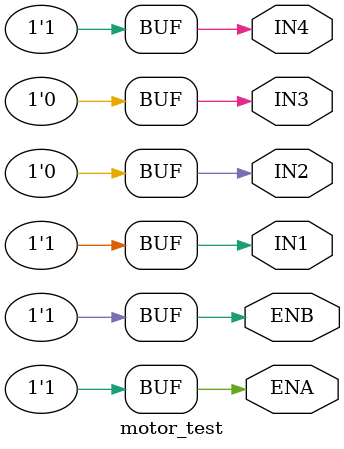
<source format=v>
module motor_test(
output IN1,IN2,IN3,IN4, ENA, ENB
);
    assign ENA = 1;
    assign ENB = 1;
    assign IN1 = 1;
    assign IN2 = 0;
    assign IN3 = 0;
    assign IN4 = 1;

endmodule

/*
L : IN1 - J1
L : IN2 - L2
R : IN3 - J2
R : IN4 - G2
L : ENA - H1
R : ENB - K2
*/

</source>
